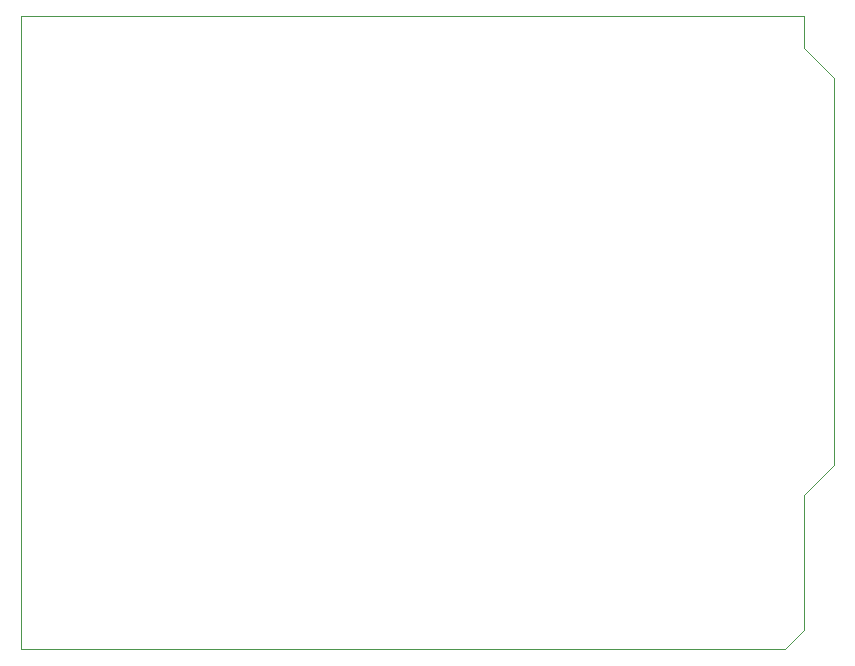
<source format=gm1>
G04 #@! TF.GenerationSoftware,KiCad,Pcbnew,(5.0.1)-3*
G04 #@! TF.CreationDate,2018-11-30T15:10:40+02:00*
G04 #@! TF.ProjectId,DB darbas 2,44422064617262617320322E6B696361,rev?*
G04 #@! TF.SameCoordinates,Original*
G04 #@! TF.FileFunction,Profile,NP*
%FSLAX46Y46*%
G04 Gerber Fmt 4.6, Leading zero omitted, Abs format (unit mm)*
G04 Created by KiCad (PCBNEW (5.0.1)-3) date 30-Nov-18 15:10:40*
%MOMM*%
%LPD*%
G01*
G04 APERTURE LIST*
G04 #@! TA.AperFunction,NonConductor*
%ADD10C,0.120000*%
G04 #@! TD*
G04 APERTURE END LIST*
D10*
G04 #@! TO.C,U1*
X148974000Y-112018000D02*
X148974000Y-79248000D01*
X148974000Y-79248000D02*
X146434000Y-76708000D01*
X146434000Y-76708000D02*
X146434000Y-74038000D01*
X146434000Y-74038000D02*
X80134000Y-74038000D01*
X80134000Y-74038000D02*
X80137000Y-77216000D01*
X80137000Y-77216000D02*
X80137000Y-106299000D01*
X80137000Y-106299000D02*
X80134000Y-127638000D01*
X80134000Y-127638000D02*
X144784000Y-127638000D01*
X144784000Y-127638000D02*
X146434000Y-125988000D01*
X146434000Y-125988000D02*
X146434000Y-114558000D01*
X146434000Y-114558000D02*
X148974000Y-112018000D01*
G04 #@! TD*
M02*

</source>
